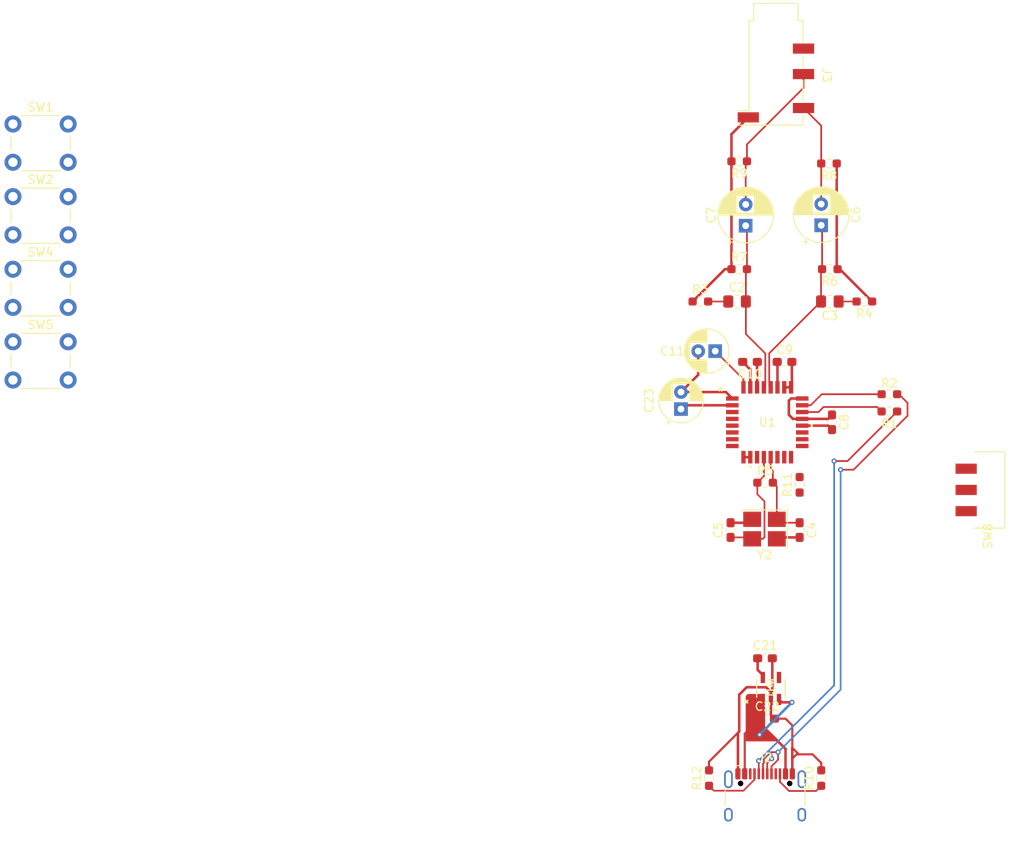
<source format=kicad_pcb>
(kicad_pcb (version 20240108) (generator "pcbnew") (generator_version "8.0")
  (title_block (title "USB to Audio PCB") (date "2024-08-20") (rev "0") (company "Nicholas West"))
  (layers (0 "F.Cu" signal) (31 "B.Cu" signal) (34 "B.Paste" user) (35 "F.Paste" user) (36 "B.SilkS" user "B.Silkscreen") (37 "F.SilkS" user "F.Silkscreen") (38 "B.Mask" user) (39 "F.Mask" user) (44 "Edge.Cuts" user))
  (net 0 "")
  (net 1 "VoutR")
  (net 2 "Net-(C2-Pad1)")
  (net 3 "Net-(C3-Pad1)")
  (net 4 "VoutL")
  (net 5 "GND")
  (net 6 "Net-(U1-XTO)")
  (net 7 "Net-(U1-XTI)")
  (net 8 "/LeftOut")
  (net 9 "/RightOut")
  (net 10 "+3.3V")
  (net 11 "Net-(U1-VCOM)")
  (net 12 "Vbus")
  (net 13 "Net-(J2-D+-PadA6)")
  (net 14 "Net-(J2-D--PadA7)")
  (net 15 "Net-(J2-CC2)")
  (net 17 "Net-(J2-CC1)")
  (net 18 "Net-(U1-D-)")
  (net 19 "Net-(U1-D+)")
  (net 20 "Net-(U1-DT)")
  (net 21 "Suspend")
  (net 22 "Net-(U1-FUNC3)")
  (net 23 "Net-(U1-FUNC0)")
  (net 24 "Net-(U1-HID1{slash}MC)")
  (net 25 "Net-(U1-HID2{slash}MD)")
  (footprint "Button_Switch_THT:SW_PUSH_6mm_H4.3mm" (layer "F.Cu") (at 52.17 64.269)
    (property "Reference" "SW4" (at 3.25 -2 0) (layer "F.SilkS"))
    (property "Value" "VOL+")
    (pad "1" thru_hole circle (at 0 0 90) (size 2 2) (drill 1.1) (layers "*.Cu" "*.Mask") (net 21 "Suspend"))
    (pad "1" thru_hole circle (at 6.5 0 90) (size 2 2) (drill 1.1) (layers "*.Cu" "*.Mask") (net 21 "Suspend"))
    (pad "2" thru_hole circle (at 0 4.5 90) (size 2 2) (drill 1.1) (layers "*.Cu" "*.Mask") (net 24 "Net-(U1-HID1{slash}MC)"))
    (pad "2" thru_hole circle (at 6.5 4.5 90) (size 2 2) (drill 1.1) (layers "*.Cu" "*.Mask") (net 24 "Net-(U1-HID1{slash}MC)"))
  )
  (footprint "Button_Switch_THT:SW_PUSH_6mm_H4.3mm" (layer "F.Cu") (at 52.17 47.169)
    (property "Reference" "SW1" (at 3.25 -2 0) (layer "F.SilkS"))
    (property "Value" "PLAY/PAUSE")
    (pad "1" thru_hole circle (at 0 0 90) (size 2 2) (drill 1.1) (layers "*.Cu" "*.Mask") (net 21 "Suspend"))
    (pad "1" thru_hole circle (at 6.5 0 90) (size 2 2) (drill 1.1) (layers "*.Cu" "*.Mask") (net 21 "Suspend"))
    (pad "2" thru_hole circle (at 0 4.5 90) (size 2 2) (drill 1.1) (layers "*.Cu" "*.Mask") (net 22 "Net-(U1-FUNC3)"))
    (pad "2" thru_hole circle (at 6.5 4.5 90) (size 2 2) (drill 1.1) (layers "*.Cu" "*.Mask") (net 22 "Net-(U1-FUNC3)"))
  )
  (footprint "Connector_USB:USB_C_Receptacle_HCTL_HC-TYPE-C-16P-01A" (layer "F.Cu") (at 140.718 127.449)
    (property "Reference" "J2" (at 0 -5.645 0) (layer "F.SilkS"))
    (property "Value" "USB_C_Receptacle_USB2.0_14P")
    (pad "" np_thru_hole circle (at -2.89 -2.605) (size 0.65 0.65) (drill 0.65) (layers "*.Mask"))
    (pad "" np_thru_hole circle (at 2.89 -2.605) (size 0.65 0.65) (drill 0.65) (layers "*.Mask"))
    (pad "A1" smd roundrect (at -3.2 -3.745) (size 0.6 1.3) (layers "F.Cu" "F.Paste" "F.Mask") (net 5 "GND"))
    (pad "A4" smd roundrect (at -2.4 -3.745) (size 0.6 1.3) (layers "F.Cu" "F.Paste" "F.Mask") (net 12 "Vbus"))
    (pad "A5" smd roundrect (at -1.25 -3.745) (size 0.3 1.3) (layers "F.Cu" "F.Paste" "F.Mask") (net 17 "Net-(J2-CC1)"))
    (pad "A6" smd roundrect (at -0.25 -3.745) (size 0.3 1.3) (layers "F.Cu" "F.Paste" "F.Mask") (net 13 "Net-(J2-D+-PadA6)"))
    (pad "A7" smd roundrect (at 0.25 -3.745) (size 0.3 1.3) (layers "F.Cu" "F.Paste" "F.Mask") (net 14 "Net-(J2-D--PadA7)"))
    (pad "A8" smd roundrect (at 1.25 -3.745) (size 0.3 1.3) (layers "F.Cu" "F.Paste" "F.Mask"))
    (pad "A9" smd roundrect (at 2.4 -3.745) (size 0.6 1.3) (layers "F.Cu" "F.Paste" "F.Mask") (net 12 "Vbus"))
    (pad "A12" smd roundrect (at 3.2 -3.745) (size 0.6 1.3) (layers "F.Cu" "F.Paste" "F.Mask") (net 5 "GND"))
    (pad "B1" smd roundrect (at 3.2 -3.745) (size 0.6 1.3) (layers "F.Cu" "F.Paste" "F.Mask") (net 5 "GND"))
    (pad "B4" smd roundrect (at 2.4 -3.745) (size 0.6 1.3) (layers "F.Cu" "F.Paste" "F.Mask") (net 12 "Vbus"))
    (pad "B5" smd roundrect (at 1.75 -3.745) (size 0.3 1.3) (layers "F.Cu" "F.Paste" "F.Mask") (net 15 "Net-(J2-CC2)"))
    (pad "B6" smd roundrect (at 0.75 -3.745) (size 0.3 1.3) (layers "F.Cu" "F.Paste" "F.Mask") (net 13 "Net-(J2-D+-PadA6)"))
    (pad "B7" smd roundrect (at -0.75 -3.745) (size 0.3 1.3) (layers "F.Cu" "F.Paste" "F.Mask") (net 14 "Net-(J2-D--PadA7)"))
    (pad "B8" smd roundrect (at -1.75 -3.745) (size 0.3 1.3) (layers "F.Cu" "F.Paste" "F.Mask"))
    (pad "B9" smd roundrect (at -2.4 -3.745) (size 0.6 1.3) (layers "F.Cu" "F.Paste" "F.Mask") (net 12 "Vbus"))
    (pad "B12" smd roundrect (at -3.2 -3.745) (size 0.6 1.3) (layers "F.Cu" "F.Paste" "F.Mask") (net 5 "GND"))
    (pad "S1" thru_hole oval (at -4.32 -3.105) (size 1 2.1) (drill oval 0.6 1.7) (layers "*.Cu" "*.Mask"))
    (pad "S1" thru_hole oval (at -4.32 1.075) (size 1 1.6) (drill oval 0.6 1.2) (layers "*.Cu" "*.Mask"))
    (pad "S1" thru_hole oval (at 4.32 -3.105) (size 1 2.1) (drill oval 0.6 1.7) (layers "*.Cu" "*.Mask"))
    (pad "S1" thru_hole oval (at 4.32 1.075) (size 1 1.6) (drill oval 0.6 1.2) (layers "*.Cu" "*.Mask"))
  )
  (footprint "Capacitor_THT:CP_Radial_D5.0mm_P2.00mm" (layer "F.Cu") (at 134.842 73.914 180)
    (property "Reference" "C11" (at 5.048 0 360) (layer "F.SilkS"))
    (property "Value" "10uF")
    (pad "1" thru_hole rect (at 0 0 180) (size 1.6 1.6) (drill 0.8) (layers "*.Cu" "*.Mask") (net 11 "Net-(U1-VCOM)"))
    (pad "2" thru_hole circle (at 2 0 180) (size 1.6 1.6) (drill 0.8) (layers "*.Cu" "*.Mask") (net 5 "GND"))
  )
  (footprint "Resistor_SMD:R_0603_1608Metric_Pad0.98x0.95mm_HandSolder" (layer "F.Cu") (at 148.336 64.262 180)
    (property "Reference" "R6" (at 0 -1.43 360) (layer "F.SilkS"))
    (property "Value" "3.3kohm")
    (pad "1" smd roundrect (at -0.9125 0 180) (size 0.975 0.95) (layers "F.Cu" "F.Paste" "F.Mask") (net 5 "GND"))
    (pad "2" smd roundrect (at 0.9125 0 180) (size 0.975 0.95) (layers "F.Cu" "F.Paste" "F.Mask") (net 4 "VoutL"))
  )
  (footprint "Capacitor_SMD:C_0603_1608Metric_Pad1.08x0.95mm_HandSolder" (layer "F.Cu") (at 138.938 75.184 180)
    (property "Reference" "C10" (at 0 -1.43 360) (layer "F.SilkS"))
    (property "Value" "1uf")
    (pad "1" smd roundrect (at -0.8625 0 180) (size 1.075 0.95) (layers "F.Cu" "F.Paste" "F.Mask") (net 10 "+3.3V"))
    (pad "2" smd roundrect (at 0.8625 0 180) (size 1.075 0.95) (layers "F.Cu" "F.Paste" "F.Mask") (net 5 "GND"))
  )
  (footprint "Resistor_SMD:R_0603_1608Metric_Pad0.98x0.95mm_HandSolder" (layer "F.Cu") (at 137.668 64.262)
    (property "Reference" "R7" (at 0 -1.43 360) (layer "F.SilkS"))
    (property "Value" "3.3kohm")
    (pad "1" smd roundrect (at -0.9125 0) (size 0.975 0.95) (layers "F.Cu" "F.Paste" "F.Mask") (net 5 "GND"))
    (pad "2" smd roundrect (at 0.9125 0) (size 0.975 0.95) (layers "F.Cu" "F.Paste" "F.Mask") (net 1 "VoutR"))
  )
  (footprint "Capacitor_SMD:C_0603_1608Metric_Pad1.08x0.95mm_HandSolder" (layer "F.Cu") (at 144.78 94.996 -90)
    (property "Reference" "C4" (at 0 -1.43 90) (layer "F.SilkS"))
    (property "Value" "20pf")
    (pad "1" smd roundrect (at -0.8625 0 270) (size 1.075 0.95) (layers "F.Cu" "F.Paste" "F.Mask") (net 6 "Net-(U1-XTO)"))
    (pad "2" smd roundrect (at 0.8625 0 270) (size 1.075 0.95) (layers "F.Cu" "F.Paste" "F.Mask") (net 5 "GND"))
  )
  (footprint "Resistor_SMD:R_0603_1608Metric_Pad0.98x0.95mm_HandSolder" (layer "F.Cu") (at 148.2325 51.816 180)
    (property "Reference" "R8" (at 0 -1.43 360) (layer "F.SilkS"))
    (property "Value" "3.3kohm")
    (pad "1" smd roundrect (at -0.9125 0 180) (size 0.975 0.95) (layers "F.Cu" "F.Paste" "F.Mask") (net 5 "GND"))
    (pad "2" smd roundrect (at 0.9125 0 180) (size 0.975 0.95) (layers "F.Cu" "F.Paste" "F.Mask") (net 8 "/LeftOut"))
  )
  (footprint "Capacitor_SMD:C_0603_1608Metric_Pad1.08x0.95mm_HandSolder" (layer "F.Cu") (at 140.700313 110.098187 180)
    (property "Reference" "C21" (at 0 1.524 360) (layer "F.SilkS"))
    (property "Value" "1uf")
    (pad "1" smd roundrect (at -0.8625 0 180) (size 1.075 0.95) (layers "F.Cu" "F.Paste" "F.Mask") (net 5 "GND"))
    (pad "2" smd roundrect (at 0.8625 0 180) (size 1.075 0.95) (layers "F.Cu" "F.Paste" "F.Mask") (net 10 "+3.3V"))
  )
  (footprint "Capacitor_THT:CP_Radial_D6.3mm_P2.50mm" (layer "F.Cu") (at 138.43 59.142 90)
    (property "Reference" "C7" (at 1.25 -4.064 90) (layer "F.SilkS"))
    (property "Value" "100uF")
    (pad "1" thru_hole rect (at 0 0 90) (size 1.6 1.6) (drill 0.8) (layers "*.Cu" "*.Mask") (net 1 "VoutR"))
    (pad "2" thru_hole circle (at 2.5 0 90) (size 1.6 1.6) (drill 0.8) (layers "*.Cu" "*.Mask") (net 9 "/RightOut"))
  )
  (footprint "Button_Switch_THT:SW_PUSH_6mm_H4.3mm" (layer "F.Cu") (at 52.17 72.819)
    (property "Reference" "SW5" (at 3.25 -2 0) (layer "F.SilkS"))
    (property "Value" "VOL-")
    (pad "1" thru_hole circle (at 0 0 90) (size 2 2) (drill 1.1) (layers "*.Cu" "*.Mask") (net 21 "Suspend"))
    (pad "1" thru_hole circle (at 6.5 0 90) (size 2 2) (drill 1.1) (layers "*.Cu" "*.Mask") (net 21 "Suspend"))
    (pad "2" thru_hole circle (at 0 4.5 90) (size 2 2) (drill 1.1) (layers "*.Cu" "*.Mask") (net 25 "Net-(U1-HID2{slash}MD)"))
    (pad "2" thru_hole circle (at 6.5 4.5 90) (size 2 2) (drill 1.1) (layers "*.Cu" "*.Mask") (net 25 "Net-(U1-HID2{slash}MD)"))
  )
  (footprint "Resistor_SMD:R_0603_1608Metric_Pad0.98x0.95mm_HandSolder" (layer "F.Cu") (at 144.78 89.662 90)
    (property "Reference" "R11" (at 0 -1.43 90) (layer "F.SilkS"))
    (property "Value" "1.5kohm")
    (pad "1" smd roundrect (at -0.9125 0 90) (size 0.975 0.95) (layers "F.Cu" "F.Paste" "F.Mask") (net 10 "+3.3V"))
    (pad "2" smd roundrect (at 0.9125 0 90) (size 0.975 0.95) (layers "F.Cu" "F.Paste" "F.Mask") (net 20 "Net-(U1-DT)"))
  )
  (footprint "customJack:Jack_3.5mm_KoreanHropartsElec_PJ-320D-4A_Horizontal_copy" (layer "F.Cu") (at 141.986 41.432 -90)
    (property "Reference" "J3" (at 0 -6 -90) (layer "F.SilkS"))
    (property "Value" "AudioJack3")
    (pad "" np_thru_hole circle (at -4.75 0 270) (size 1.6 1.6) (drill 1.6) (layers "F&B.Cu" "*.Mask"))
    (pad "" np_thru_hole circle (at 2.25 0 270) (size 1.6 1.6) (drill 1.6) (layers "F&B.Cu" "*.Mask"))
    (pad "R" smd rect (at -0.15 -3.25 270) (size 1.2 2.5) (layers "F.Cu" "F.Paste" "F.Mask") (net 9 "/RightOut"))
    (pad "R2" smd rect (at -3.15 -3.25 270) (size 1.2 2.5) (layers "F.Cu" "B.Adhes" "F.Paste" "F.Mask"))
    (pad "S" smd rect (at 4.95 3.25 270) (size 1.2 2.5) (layers "F.Cu" "F.Paste" "F.Mask") (net 5 "GND"))
    (pad "T" smd rect (at 3.85 -3.25 270) (size 1.2 2.5) (layers "F.Cu" "F.Paste" "F.Mask") (net 8 "/LeftOut"))
  )
  (footprint "Resistor_SMD:R_0603_1608Metric_Pad0.98x0.95mm_HandSolder" (layer "F.Cu") (at 137.668 51.562 180)
    (property "Reference" "R9" (at 0 -1.43 360) (layer "F.SilkS"))
    (property "Value" "3.3kohm")
    (pad "1" smd roundrect (at -0.9125 0 180) (size 0.975 0.95) (layers "F.Cu" "F.Paste" "F.Mask") (net 9 "/RightOut"))
    (pad "2" smd roundrect (at 0.9125 0 180) (size 0.975 0.95) (layers "F.Cu" "F.Paste" "F.Mask") (net 5 "GND"))
  )
  (footprint "MIC5504-3.3YM5:SOT-23-5_MC_MCH" (layer "F.Cu") (at 141.396314 113.654187 90)
    (property "Reference" "U4" (at 0 0 90) (layer "F.SilkS"))
    (property "Value" "MIC5504-3.3YM5-TR")
    (fp_text user "*" (at -1.5494 -2.601 90) (layer "F.SilkS"))
    (fp_text user "*" (at -1.5494 -2.601 90) (layer "F.SilkS"))
    (pad "1" smd rect (at -1.2954 -0.950001 90) (size 1.3208 0.508) (layers "F.Cu" "F.Paste" "F.Mask") (net 12 "Vbus"))
    (pad "2" smd rect (at -1.2954 0 90) (size 1.3208 0.508) (layers "F.Cu" "F.Paste" "F.Mask") (net 5 "GND"))
    (pad "3" smd rect (at -1.2954 0.950001 90) (size 1.3208 0.508) (layers "F.Cu" "F.Paste" "F.Mask") (net 12 "Vbus"))
    (pad "4" smd rect (at 1.2954 0.950001 90) (size 1.3208 0.508) (layers "F.Cu" "F.Paste" "F.Mask"))
    (pad "5" smd rect (at 1.2954 -0.950001 90) (size 1.3208 0.508) (layers "F.Cu" "F.Paste" "F.Mask") (net 10 "+3.3V"))
  )
  (footprint "Capacitor_SMD:C_0603_1608Metric_Pad1.08x0.95mm_HandSolder" (layer "F.Cu") (at 148.59 82.296 -90)
    (property "Reference" "C8" (at 0 -1.43 90) (layer "F.SilkS"))
    (property "Value" "0.1uf")
    (pad "1" smd roundrect (at -0.8625 0 270) (size 1.075 0.95) (layers "F.Cu" "F.Paste" "F.Mask") (net 10 "+3.3V"))
    (pad "2" smd roundrect (at 0.8625 0 270) (size 1.075 0.95) (layers "F.Cu" "F.Paste" "F.Mask") (net 5 "GND"))
  )
  (footprint "Capacitor_THT:CP_Radial_D6.3mm_P2.50mm" (layer "F.Cu") (at 147.32 59.09438 90)
    (property "Reference" "C6" (at 1.25 4.064 90) (layer "F.SilkS"))
    (property "Value" "100uF")
    (pad "1" thru_hole rect (at 0 0 90) (size 1.6 1.6) (drill 0.8) (layers "*.Cu" "*.Mask") (net 4 "VoutL"))
    (pad "2" thru_hole circle (at 2.5 0 90) (size 1.6 1.6) (drill 0.8) (layers "*.Cu" "*.Mask") (net 8 "/LeftOut"))
  )
  (footprint "Resistor_SMD:R_0603_1608Metric_Pad0.98x0.95mm_HandSolder" (layer "F.Cu") (at 134.112 124.206 90)
    (property "Reference" "R12" (at 0 -1.43 90) (layer "F.SilkS"))
    (property "Value" "5.1kohm")
    (pad "1" smd roundrect (at -0.9125 0 90) (size 0.975 0.95) (layers "F.Cu" "F.Paste" "F.Mask") (net 17 "Net-(J2-CC1)"))
    (pad "2" smd roundrect (at 0.9125 0 90) (size 0.975 0.95) (layers "F.Cu" "F.Paste" "F.Mask") (net 5 "GND"))
  )
  (footprint "Capacitor_SMD:C_0603_1608Metric_Pad1.08x0.95mm_HandSolder" (layer "F.Cu") (at 136.652 94.996 90)
    (property "Reference" "C5" (at 0 -1.43 90) (layer "F.SilkS"))
    (property "Value" "20pf")
    (pad "1" smd roundrect (at -0.8625 0 90) (size 1.075 0.95) (layers "F.Cu" "F.Paste" "F.Mask") (net 7 "Net-(U1-XTI)"))
    (pad "2" smd roundrect (at 0.8625 0 90) (size 1.075 0.95) (layers "F.Cu" "F.Paste" "F.Mask") (net 5 "GND"))
  )
  (footprint "Resistor_SMD:R_0603_1608Metric_Pad0.98x0.95mm_HandSolder" (layer "F.Cu") (at 155.3445 78.994 180)
    (property "Reference" "R2" (at 0 1.27 360) (layer "F.SilkS"))
    (property "Value" "22ohm")
    (pad "1" smd roundrect (at -0.9125 0 180) (size 0.975 0.95) (layers "F.Cu" "F.Paste" "F.Mask") (net 13 "Net-(J2-D+-PadA6)"))
    (pad "2" smd roundrect (at 0.9125 0 180) (size 0.975 0.95) (layers "F.Cu" "F.Paste" "F.Mask") (net 19 "Net-(U1-D+)"))
  )
  (footprint "Capacitor_SMD:C_0603_1608Metric_Pad1.08x0.95mm_HandSolder" (layer "F.Cu") (at 140.954313 117.210187)
    (property "Reference" "C22" (at 0 -1.43 0) (layer "F.SilkS"))
    (property "Value" "1uf")
    (pad "1" smd roundrect (at -0.8625 0) (size 1.075 0.95) (layers "F.Cu" "F.Paste" "F.Mask") (net 12 "Vbus"))
    (pad "2" smd roundrect (at 0.8625 0) (size 1.075 0.95) (layers "F.Cu" "F.Paste" "F.Mask") (net 5 "GND"))
  )
  (footprint "Capacitor_SMD:C_0805_2012Metric_Pad1.18x1.45mm_HandSolder" (layer "F.Cu") (at 137.414 68.072)
    (property "Reference" "C2" (at 0 -1.68 360) (layer "F.SilkS"))
    (property "Value" "0.022uf")
    (pad "1" smd roundrect (at -1.0375 0) (size 1.175 1.45) (layers "F.Cu" "F.Paste" "F.Mask") (roundrect_rratio 0.212766) (net 2 "Net-(C2-Pad1)"))
    (pad "2" smd roundrect (at 1.0375 0) (size 1.175 1.45) (layers "F.Cu" "F.Paste" "F.Mask") (roundrect_rratio 0.212766) (net 1 "VoutR"))
  )
  (footprint "Capacitor_SMD:C_0603_1608Metric_Pad1.08x0.95mm_HandSolder" (layer "F.Cu") (at 143.002 75.184)
    (property "Reference" "C9" (at 0 -1.43 0) (layer "F.SilkS"))
    (property "Value" "1uf")
    (pad "1" smd roundrect (at -0.8625 0) (size 1.075 0.95) (layers "F.Cu" "F.Paste" "F.Mask") (net 10 "+3.3V"))
    (pad "2" smd roundrect (at 0.8625 0) (size 1.075 0.95) (layers "F.Cu" "F.Paste" "F.Mask") (net 5 "GND"))
  )
  (footprint "Capacitor_SMD:C_0805_2012Metric_Pad1.18x1.45mm_HandSolder" (layer "F.Cu") (at 148.336 68.072 180)
    (property "Reference" "C3" (at 0 -1.68 360) (layer "F.SilkS"))
    (property "Value" "0.022uf")
    (pad "1" smd roundrect (at -1.0375 0 180) (size 1.175 1.45) (layers "F.Cu" "F.Paste" "F.Mask") (roundrect_rratio 0.212766) (net 3 "Net-(C3-Pad1)"))
    (pad "2" smd roundrect (at 1.0375 0 180) (size 1.175 1.45) (layers "F.Cu" "F.Paste" "F.Mask") (roundrect_rratio 0.212766) (net 4 "VoutL"))
  )
  (footprint "Button_Switch_THT:SW_PUSH_6mm_H4.3mm" (layer "F.Cu") (at 52.17 55.719)
    (property "Reference" "SW2" (at 3.25 -2 0) (layer "F.SilkS"))
    (property "Value" "NEXT TR.")
    (pad "1" thru_hole circle (at 0 0 90) (size 2 2) (drill 1.1) (layers "*.Cu" "*.Mask") (net 21 "Suspend"))
    (pad "1" thru_hole circle (at 6.5 0 90) (size 2 2) (drill 1.1) (layers "*.Cu" "*.Mask") (net 21 "Suspend"))
    (pad "2" thru_hole circle (at 0 4.5 90) (size 2 2) (drill 1.1) (layers "*.Cu" "*.Mask") (net 23 "Net-(U1-FUNC0)"))
    (pad "2" thru_hole circle (at 6.5 4.5 90) (size 2 2) (drill 1.1) (layers "*.Cu" "*.Mask") (net 23 "Net-(U1-FUNC0)"))
  )
  (footprint "Resistor_SMD:R_0603_1608Metric_Pad0.98x0.95mm_HandSolder" (layer "F.Cu") (at 152.4 68.072 180)
    (property "Reference" "R4" (at 0 -1.43 360) (layer "F.SilkS"))
    (property "Value" "16ohm")
    (pad "1" smd roundrect (at -0.9125 0 180) (size 0.975 0.95) (layers "F.Cu" "F.Paste" "F.Mask") (net 5 "GND"))
    (pad "2" smd roundrect (at 0.9125 0 180) (size 0.975 0.95) (layers "F.Cu" "F.Paste" "F.Mask") (net 3 "Net-(C3-Pad1)"))
  )
  (footprint "JS102011SAQN:SW_JS102011SAQN" (layer "F.Cu") (at 167.132 90.268 90)
    (property "Reference" "SW8" (at -5.438995 -0.175125 90) (layer "F.SilkS") (effects (font (size 1.000732 1.000732))))
    (property "Value" "SW_SPDT")
    (pad "" np_thru_hole circle (at -3.4 0 90) (size 1 1) (drill 1) (layers "*.Cu" "*.Mask"))
    (pad "" np_thru_hole circle (at 3.4 0 90) (size 1 1) (drill 1) (layers "*.Cu" "*.Mask"))
    (pad "1" smd rect (at -2.5 -2.75 90) (size 1.2 2.5) (layers "F.Cu" "F.Paste" "F.Mask"))
    (pad "2" smd rect (at 0 -2.75 90) (size 1.2 2.5) (layers "F.Cu" "F.Paste" "F.Mask") (net 10 "+3.3V"))
    (pad "3" smd rect (at 2.5 -2.75 90) (size 1.2 2.5) (layers "F.Cu" "F.Paste" "F.Mask") (net 21 "Suspend"))
  )
  (footprint "PCM270xC:PJT32" (layer "F.Cu") (at 140.97 82.296)
    (property "Reference" "U1" (at 0 0 0) (layer "F.SilkS"))
    (property "Value" "PCM2706CPJTR")
    (fp_text user "*" (at -5.4864 -3.581 360) (layer "F.SilkS"))
    (fp_text user "*" (at -5.4864 -3.581 0) (layer "F.SilkS"))
    (pad "1" smd rect (at -4.1148 -2.799999 90) (size 0.508 1.4732) (layers "F.Cu" "F.Paste" "F.Mask") (net 5 "GND"))
    (pad "2" smd rect (at -4.1148 -2.000001 90) (size 0.508 1.4732) (layers "F.Cu" "F.Paste" "F.Mask") (net 10 "+3.3V"))
    (pad "3" smd rect (at -4.1148 -1.2 90) (size 0.508 1.4732) (layers "F.Cu" "F.Paste" "F.Mask") (net 12 "Vbus"))
    (pad "4" smd rect (at -4.1148 -0.399999 90) (size 0.508 1.4732) (layers "F.Cu" "F.Paste" "F.Mask") (net 22 "Net-(U1-FUNC3)"))
    (pad "5" smd rect (at -4.1148 0.399999 90) (size 0.508 1.4732) (layers "F.Cu" "F.Paste" "F.Mask") (net 23 "Net-(U1-FUNC0)"))
    (pad "6" smd rect (at -4.1148 1.2 90) (size 0.508 1.4732) (layers "F.Cu" "F.Paste" "F.Mask"))
    (pad "7" smd rect (at -4.1148 1.999999 90) (size 0.508 1.4732) (layers "F.Cu" "F.Paste" "F.Mask") (net 24 "Net-(U1-HID1{slash}MC)"))
    (pad "8" smd rect (at -4.1148 2.799999 90) (size 0.508 1.4732) (layers "F.Cu" "F.Paste" "F.Mask") (net 25 "Net-(U1-HID2{slash}MD)"))
    (pad "9" smd rect (at -2.799999 4.1148) (size 0.508 1.4732) (layers "F.Cu" "F.Paste" "F.Mask") (net 10 "+3.3V"))
    (pad "10" smd rect (at -2.000001 4.1148) (size 0.508 1.4732) (layers "F.Cu" "F.Paste" "F.Mask") (net 10 "+3.3V"))
    (pad "11" smd rect (at -1.2 4.1148) (size 0.508 1.4732) (layers "F.Cu" "F.Paste" "F.Mask") (net 21 "Suspend"))
    (pad "12" smd rect (at -0.399999 4.1148) (size 0.508 1.4732) (layers "F.Cu" "F.Paste" "F.Mask") (net 7 "Net-(U1-XTI)"))
    (pad "13" smd rect (at 0.399999 4.1148) (size 0.508 1.4732) (layers "F.Cu" "F.Paste" "F.Mask") (net 6 "Net-(U1-XTO)"))
    (pad "14" smd rect (at 1.2 4.1148) (size 0.508 1.4732) (layers "F.Cu" "F.Paste" "F.Mask"))
    (pad "15" smd rect (at 1.999999 4.1148) (size 0.508 1.4732) (layers "F.Cu" "F.Paste" "F.Mask") (net 20 "Net-(U1-DT)"))
    (pad "16" smd rect (at 2.799999 4.1148) (size 0.508 1.4732) (layers "F.Cu" "F.Paste" "F.Mask") (net 5 "GND"))
    (pad "17" smd rect (at 4.1148 2.799999 90) (size 0.508 1.4732) (layers "F.Cu" "F.Paste" "F.Mask"))
    (pad "18" smd rect (at 4.1148 2.000001 90) (size 0.508 1.4732) (layers "F.Cu" "F.Paste" "F.Mask"))
    (pad "19" smd rect (at 4.1148 1.2 90) (size 0.508 1.4732) (layers "F.Cu" "F.Paste" "F.Mask"))
    (pad "20" smd rect (at 4.1148 0.399999 90) (size 0.508 1.4732) (layers "F.Cu" "F.Paste" "F.Mask") (net 5 "GND"))
    (pad "21" smd rect (at 4.1148 -0.399999 90) (size 0.508 1.4732) (layers "F.Cu" "F.Paste" "F.Mask") (net 10 "+3.3V"))
    (pad "22" smd rect (at 4.1148 -1.2 90) (size 0.508 1.4732) (layers "F.Cu" "F.Paste" "F.Mask") (net 18 "Net-(U1-D-)"))
    (pad "23" smd rect (at 4.1148 -1.999999 90) (size 0.508 1.4732) (layers "F.Cu" "F.Paste" "F.Mask") (net 19 "Net-(U1-D+)"))
    (pad "24" smd rect (at 4.1148 -2.799999 90) (size 0.508 1.4732) (layers "F.Cu" "F.Paste" "F.Mask") (net 10 "+3.3V"))
    (pad "25" smd rect (at 2.799999 -4.1148) (size 0.508 1.4732) (layers "F.Cu" "F.Paste" "F.Mask") (net 5 "GND"))
    (pad "26" smd rect (at 2.000001 -4.1148) (size 0.508 1.4732) (layers "F.Cu" "F.Paste" "F.Mask") (net 5 "GND"))
    (pad "27" smd rect (at 1.2 -4.1148) (size 0.508 1.4732) (layers "F.Cu" "F.Paste" "F.Mask") (net 10 "+3.3V"))
    (pad "28" smd rect (at 0.399999 -4.1148) (size 0.508 1.4732) (layers "F.Cu" "F.Paste" "F.Mask") (net 4 "VoutL"))
    (pad "29" smd rect (at -0.399999 -4.1148) (size 0.508 1.4732) (layers "F.Cu" "F.Paste" "F.Mask") (net 1 "VoutR"))
    (pad "30" smd rect (at -1.2 -4.1148) (size 0.508 1.4732) (layers "F.Cu" "F.Paste" "F.Mask") (net 10 "+3.3V"))
    (pad "31" smd rect (at -1.999999 -4.1148) (size 0.508 1.4732) (layers "F.Cu" "F.Paste" "F.Mask") (net 5 "GND"))
    (pad "32" smd rect (at -2.799999 -4.1148) (size 0.508 1.4732) (layers "F.Cu" "F.Paste" "F.Mask") (net 11 "Net-(U1-VCOM)"))
  )
  (footprint "Resistor_SMD:R_0603_1608Metric_Pad0.98x0.95mm_HandSolder" (layer "F.Cu") (at 155.3445 81.026 180)
    (property "Reference" "R1" (at 0 -1.43 360) (layer "F.SilkS"))
    (property "Value" "22ohm")
    (pad "1" smd roundrect (at -0.9125 0 180) (size 0.975 0.95) (layers "F.Cu" "F.Paste" "F.Mask") (net 14 "Net-(J2-D--PadA7)"))
    (pad "2" smd roundrect (at 0.9125 0 180) (size 0.975 0.95) (layers "F.Cu" "F.Paste" "F.Mask") (net 18 "Net-(U1-D-)"))
  )
  (footprint "Resistor_SMD:R_0603_1608Metric_Pad0.98x0.95mm_HandSolder" (layer "F.Cu") (at 133.096 68.072)
    (property "Reference" "R3" (at 0 -1.43 360) (layer "F.SilkS"))
    (property "Value" "16ohm")
    (pad "1" smd roundrect (at -0.9125 0) (size 0.975 0.95) (layers "F.Cu" "F.Paste" "F.Mask") (net 5 "GND"))
    (pad "2" smd roundrect (at 0.9125 0) (size 0.975 0.95) (layers "F.Cu" "F.Paste" "F.Mask") (net 2 "Net-(C2-Pad1)"))
  )
  (footprint "Crystal:Crystal_SMD_3225-4Pin_3.2x2.5mm_HandSoldering" (layer "F.Cu") (at 140.642 94.876 180)
    (property "Reference" "Y2" (at 0 -3.05 360) (layer "F.SilkS"))
    (property "Value" "Crystal_GND24")
    (pad "1" smd rect (at -1.45 1.15 180) (size 2.1 1.8) (layers "F.Cu" "F.Paste" "F.Mask") (net 6 "Net-(U1-XTO)"))
    (pad "2" smd rect (at 1.45 1.15 180) (size 2.1 1.8) (layers "F.Cu" "F.Paste" "F.Mask") (net 5 "GND"))
    (pad "3" smd rect (at 1.45 -1.15 180) (size 2.1 1.8) (layers "F.Cu" "F.Paste" "F.Mask") (net 7 "Net-(U1-XTI)"))
    (pad "4" smd rect (at -1.45 -1.15 180) (size 2.1 1.8) (layers "F.Cu" "F.Paste" "F.Mask") (net 5 "GND"))
  )
  (footprint "Resistor_SMD:R_0603_1608Metric_Pad0.98x0.95mm_HandSolder" (layer "F.Cu") (at 147.32 124.206 90)
    (property "Reference" "R10" (at 0 -1.43 90) (layer "F.SilkS"))
    (property "Value" "5.1kohm")
    (pad "1" smd roundrect (at -0.9125 0 90) (size 0.975 0.95) (layers "F.Cu" "F.Paste" "F.Mask") (net 15 "Net-(J2-CC2)"))
    (pad "2" smd roundrect (at 0.9125 0 90) (size 0.975 0.95) (layers "F.Cu" "F.Paste" "F.Mask") (net 5 "GND"))
  )
  (footprint "Resistor_SMD:R_0603_1608Metric_Pad0.98x0.95mm_HandSolder" (layer "F.Cu") (at 140.716 89.408)
    (property "Reference" "R5" (at 0 -1.43 0) (layer "F.SilkS"))
    (property "Value" "1Mohm")
    (pad "1" smd roundrect (at -0.9125 0) (size 0.975 0.95) (layers "F.Cu" "F.Paste" "F.Mask") (net 7 "Net-(U1-XTI)"))
    (pad "2" smd roundrect (at 0.9125 0) (size 0.975 0.95) (layers "F.Cu" "F.Paste" "F.Mask") (net 6 "Net-(U1-XTO)"))
  )
  (footprint "Capacitor_THT:CP_Radial_D5.0mm_P2.00mm" (layer "F.Cu") (at 130.81 80.74 90)
    (property "Reference" "C23" (at 1 -3.75 90) (layer "F.SilkS"))
    (property "Value" "10uF")
    (pad "1" thru_hole rect (at 0 0 90) (size 1.6 1.6) (drill 0.8) (layers "*.Cu" "*.Mask") (net 10 "+3.3V"))
    (pad "2" thru_hole circle (at 2 0 90) (size 1.6 1.6) (drill 0.8) (layers "*.Cu" "*.Mask") (net 5 "GND"))
  )
  (segment (start 140.738 78.013201) (end 140.738 74.19) (width 0.2) (layer "F.Cu") (net 1))
  (segment (start 140.738 74.19) (end 138.4515 71.9035) (width 0.2) (layer "F.Cu") (net 1))
  (segment (start 138.4515 68.072) (end 138.4515 64.391) (width 0.2) (layer "F.Cu") (net 1))
  (segment (start 140.570001 78.1812) (end 140.738 78.013201) (width 0.2) (layer "F.Cu") (net 1))
  (segment (start 138.4515 64.391) (end 138.5805 64.262) (width 0.2) (layer "F.Cu") (net 1))
  (segment (start 138.4515 71.9035) (end 138.4515 68.072) (width 0.2) (layer "F.Cu") (net 1))
  (segment (start 138.5805 64.262) (end 138.5805 59.2925) (width 0.2) (layer "F.Cu") (net 1))
  (segment (start 138.5805 59.2925) (end 138.43 59.142) (width 0.2) (layer "F.Cu") (net 1))
  (segment (start 136.3765 68.072) (end 134.0085 68.072) (width 0.2) (layer "F.Cu") (net 2))
  (segment (start 149.3735 68.072) (end 151.4875 68.072) (width 0.2) (layer "F.Cu") (net 3))
  (segment (start 147.4235 64.262) (end 147.4235 59.19788) (width 0.2) (layer "F.Cu") (net 4))
  (segment (start 141.202 74.1685) (end 147.2985 68.072) (width 0.2) (layer "F.Cu") (net 4))
  (segment (start 141.202 78.013201) (end 141.202 74.1685) (width 0.2) (layer "F.Cu") (net 4))
  (segment (start 141.369999 78.1812) (end 141.202 78.013201) (width 0.2) (layer "F.Cu") (net 4))
  (segment (start 147.4235 59.19788) (end 147.32 59.09438) (width 0.2) (layer "F.Cu") (net 4))
  (segment (start 147.2985 64.387) (end 147.4235 64.262) (width 0.2) (layer "F.Cu") (net 4))
  (segment (start 147.2985 68.072) (end 147.2985 64.387) (width 0.2) (layer "F.Cu") (net 4))
  (segment (start 144.78 95.8585) (end 142.2595 95.8585) (width 0.3) (layer "F.Cu") (net 5))
  (segment (start 149.145 64.1585) (end 149.2485 64.262) (width 0.3) (layer "F.Cu") (net 5))
  (segment (start 141.816813 117.210187) (end 141.396314 116.789688) (width 0.3) (layer "F.Cu") (net 5))
  (segment (start 143.8645 78.086699) (end 143.769999 78.1812) (width 0.3) (layer "F.Cu") (net 5))
  (segment (start 137.668 114.383107) (end 137.668 118.722) (width 0.3) (layer "F.Cu") (net 5))
  (segment (start 143.769999 78.1812) (end 142.970001 78.1812) (width 0.3) (layer "F.Cu") (net 5))
  (segment (start 134.112 122.278) (end 137.518 118.872) (width 0.25) (layer "F.Cu") (net 5))
  (segment (start 137.668 118.722) (end 137.518 118.872) (width 0.3) (layer "F.Cu") (net 5))
  (segment (start 136.8552 79.496001) (end 136.099199 78.74) (width 0.3) (layer "F.Cu") (net 5))
  (segment (start 141.562813 113.910922) (end 141.396314 114.077421) (width 0.3) (layer "F.Cu") (net 5))
  (segment (start 143.918 118.01) (end 143.118187 117.210187) (width 0.25) (layer "F.Cu") (net 5))
  (segment (start 144.426 121.412) (end 143.918 121.92) (width 0.25) (layer "F.Cu") (net 5))
  (segment (start 143.918 120.65) (end 143.918 118.01) (width 0.25) (layer "F.Cu") (net 5))
  (segment (start 132.842 73.914) (end 132.842 76.708) (width 0.3) (layer "F.Cu") (net 5))
  (segment (start 141.562813 110.098187) (end 141.562813 113.910922) (width 0.3) (layer "F.Cu") (net 5))
  (segment (start 136.7555 48.3625) (end 136.7555 51.562) (width 0.3) (layer "F.Cu") (net 5))
  (segment (start 147.32 123.2935) (end 147.32 122.428) (width 0.25) (layer "F.Cu") (net 5))
  (segment (start 146.304 121.412) (end 144.68 121.412) (width 0.25) (layer "F.Cu") (net 5))
  (segment (start 148.127499 82.695999) (end 145.0848 82.695999) (width 0.3) (layer "F.Cu") (net 5))
  (segment (start 132.842 76.708) (end 130.81 78.74) (width 0.3) (layer "F.Cu") (net 5))
  (segment (start 138.7845 94.1335) (end 139.192 93.726) (width 0.3) (layer "F.Cu") (net 5))
  (segment (start 138.970001 76.078501) (end 138.0755 75.184) (width 0.3) (layer "F.Cu") (net 5))
  (segment (start 143.918 123.704) (end 143.918 121.92) (width 0.3) (layer "F.Cu") (net 5))
  (segment (start 143.918 121.92) (end 143.918 120.65) (width 0.3) (layer "F.Cu") (net 5))
  (segment (start 138.542 113.509107) (end 137.668 114.383107) (width 0.3) (layer "F.Cu") (net 5))
  (segment (start 138.970001 78.1812) (end 138.970001 76.078501) (width 0.3) (layer "F.Cu") (net 5))
  (segment (start 136.099199 78.74) (end 130.81 78.74) (width 0.3) (layer "F.Cu") (net 5))
  (segment (start 141.396314 114.077421) (end 141.396314 114.949587) (width 0.3) (layer "F.Cu") (net 5))
  (segment (start 149.5025 64.262) (end 149.2485 64.262) (width 0.3) (layer "F.Cu") (net 5))
  (segment (start 147.32 122.428) (end 146.304 121.412) (width 0.25) (layer "F.Cu") (net 5))
  (segment (start 153.3125 68.072) (end 149.5025 64.262) (width 0.3) (layer "F.Cu") (net 5))
  (segment (start 134.112 123.2935) (end 134.112 122.278) (width 0.25) (layer "F.Cu") (net 5))
  (segment (start 149.145 51.816) (end 149.145 64.1585) (width 0.3) (layer "F.Cu") (net 5))
  (segment (start 137.518 123.704) (end 137.518 118.872) (width 0.3) (layer "F.Cu") (net 5))
  (segment (start 138.736 46.382) (end 136.7555 48.3625) (width 0.3) (layer "F.Cu") (net 5))
  (segment (start 141.396314 116.789688) (end 141.396314 114.949587) (width 0.3) (layer "F.Cu") (net 5))
  (segment (start 136.652 94.1335) (end 138.7845 94.1335) (width 0.3) (layer "F.Cu") (net 5))
  (segment (start 140.828 113.509107) (end 138.542 113.509107) (width 0.3) (layer "F.Cu") (net 5))
  (segment (start 135.9935 64.262) (end 136.7555 64.262) (width 0.3) (layer "F.Cu") (net 5))
  (segment (start 148.59 83.1585) (end 148.127499 82.695999) (width 0.3) (layer "F.Cu") (net 5))
  (segment (start 144.68 121.412) (end 143.918 120.65) (width 0.25) (layer "F.Cu") (net 5))
  (segment (start 144.68 121.412) (end 144.426 121.412) (width 0.25) (layer "F.Cu") (net 5))
  (segment (start 132.1835 68.072) (end 135.9935 64.262) (width 0.3) (layer "F.Cu") (net 5))
  (segment (start 136.7555 51.562) (end 136.7555 64.262) (width 0.3) (layer "F.Cu") (net 5))
  (segment (start 143.118187 117.210187) (end 141.816813 117.210187) (width 0.25) (layer "F.Cu") (net 5))
  (segment (start 143.8645 75.184) (end 143.8645 78.086699) (width 0.3) (layer "F.Cu") (net 5))
  (segment (start 142.2595 95.8585) (end 142.092 96.026) (width 0.3) (layer "F.Cu") (net 5))
  (segment (start 141.396314 114.077421) (end 140.828 113.509107) (width 0.3) (layer "F.Cu") (net 5))
  (segment (start 142.4995 94.1335) (end 142.092 93.726) (width 0.2) (layer "F.Cu") (net 6))
  (segment (start 141.369999 87.775999) (end 141.369999 86.4108) (width 0.2) (layer "F.Cu") (net 6))
  (segment (start 141.6285 89.408) (end 141.6285 88.0345) (width 0.2) (layer "F.Cu") (net 6))
  (segment (start 142.092 89.8715) (end 141.6285 89.408) (width 0.2) (layer "F.Cu") (net 6))
  (segment (start 142.092 93.726) (end 142.092 89.8715) (width 0.2) (layer "F.Cu") (net 6))
  (segment (start 144.78 94.1335) (end 142.4995 94.1335) (width 0.2) (layer "F.Cu") (net 6))
  (segment (start 141.6285 88.0345) (end 141.369999 87.775999) (width 0.2) (layer "F.Cu") (net 6))
  (segment (start 139.8035 90.7815) (end 139.8035 89.408) (width 0.2) (layer "F.Cu") (net 7))
  (segment (start 139.192 96.026) (end 140.442 96.026) (width 0.2) (layer "F.Cu") (net 7))
  (segment (start 140.642 95.826) (end 140.642 91.62) (width 0.2) (layer "F.Cu") (net 7))
  (segment (start 140.442 96.026) (end 140.642 95.826) (width 0.2) (layer "F.Cu") (net 7))
  (segment (start 140.642 91.62) (end 139.8035 90.7815) (width 0.2) (layer "F.Cu") (net 7))
  (segment (start 139.0245 95.8585) (end 139.192 96.026) (width 0.2) (layer "F.Cu") (net 7))
  (segment (start 139.8035 89.408) (end 140.570001 88.641499) (width 0.2) (layer "F.Cu") (net 7))
  (segment (start 140.570001 88.641499) (end 140.570001 86.4108) (width 0.2) (layer "F.Cu") (net 7))
  (segment (start 136.652 95.8585) (end 139.0245 95.8585) (width 0.2) (layer "F.Cu") (net 7))
  (segment (start 147.32 51.816) (end 147.32 47.366) (width 0.2) (layer "F.Cu") (net 8))
  (segment (start 147.32 51.816) (end 147.32 56.59438) (width 0.2) (layer "F.Cu") (net 8))
  (segment (start 147.32 47.366) (end 145.236 45.282) (width 0.2) (layer "F.Cu") (net 8))
  (segment (start 145.236 42.91) (end 145.236 41.282) (width 0.2) (layer "F.Cu") (net 9))
  (segment (start 138.43 56.642) (end 138.43 51.7125) (width 0.2) (layer "F.Cu") (net 9))
  (segment (start 138.43 51.7125) (end 138.5805 51.562) (width 0.2) (layer "F.Cu") (net 9))
  (segment (start 138.5805 51.562) (end 138.5805 49.5655) (width 0.2) (layer "F.Cu") (net 9))
  (segment (start 138.5805 49.5655) (end 145.236 42.91) (width 0.2) (layer "F.Cu") (net 9))
  (segment (start 140.446313 112.358787) (end 140.420913 112.358787) (width 0.3) (layer "F.Cu") (net 10))
  (segment (start 143.994201 81.896001) (end 143.51 81.4118) (width 0.3) (layer "F.Cu") (net 10))
  (segment (start 139.77 78.1812) (end 139.77 75.2145) (width 0.3) (layer "F.Cu") (net 10))
  (segment (start 142.17 78.1812) (end 142.17 75.2145) (width 0.3) (layer "F.Cu") (net 10))
  (segment (start 148.127499 81.896001) (end 145.0848 81.896001) (width 0.3) (layer "F.Cu") (net 10))
  (segment (start 143.51 81.4118) (end 143.51 79.756) (width 0.3) (layer "F.Cu") (net 10))
  (segment (start 143.769999 79.496001) (end 145.0848 79.496001) (width 0.3) (layer "F.Cu") (net 10))
  (segment (start 143.51 79.756) (end 143.769999 79.496001) (width 0.3) (layer "F.Cu") (net 10))
  (segment (start 140.446313 112.077187) (end 139.837813 111.468687) (width 0.3) (layer "F.Cu") (net 10))
  (segment (start 139.837813 111.468687) (end 139.837813 110.098187) (width 0.3) (layer "F.Cu") (net 10))
  (segment (start 139.77 75.2145) (end 139.8005 75.184) (width 0.3) (layer "F.Cu") (net 10))
  (segment (start 145.0848 81.896001) (end 143.994201 81.896001) (width 0.3) (layer "F.Cu") (net 10))
  (segment (start 136.8552 80.295999) (end 131.254001 80.295999) (width 0.3) (layer "F.Cu") (net 10))
  (segment (start 140.446313 112.358787) (end 140.446313 112.077187) (width 0.3) (layer "F.Cu") (net 10))
  (segment (start 142.17 75.2145) (end 142.1395 75.184) (width 0.3) (layer "F.Cu") (net 10))
  (segment (start 148.59 81.4335) (end 148.127499 81.896001) (width 0.3) (layer "F.Cu") (net 10))
  (segment (start 131.254001 80.295999) (end 130.81 80.74) (width 0.3) (layer "F.Cu") (net 10))
  (segment (start 138.969999 86.4108) (end 138.170001 86.4108) (width 0.3) (layer "F.Cu") (net 10))
  (segment (start 138.170001 78.1812) (end 138.170001 77.242001) (width 0.2) (layer "F.Cu") (net 11))
  (segment (start 138.170001 77.242001) (end 134.842 73.914) (width 0.2) (layer "F.Cu") (net 11))
  (segment (start 138.318 123.704) (end 138.318 118.984) (width 0.25) (layer "F.Cu") (net 12))
  (segment (start 143.118 120.76908) (end 142.11146 119.76254) (width 0.3) (layer "F.Cu") (net 12))
  (segment (start 138.318 118.984) (end 138.938 118.364) (width 0.25) (layer "F.Cu") (net 12))
  (segment (start 140.066 119.097107) (end 141.446027 119.097107) (width 0.3) (layer "F.Cu") (net 12))
  (segment (start 140.091813 117.742893) (end 140.091813 117.210187) (width 0.3) (layer "F.Cu") (net 12))
  (segment (start 142.11146 119.76254) (end 140.091813 117.742893) (width 0.3) (layer "F.Cu") (net 12))
  (segment (start 140.192313 114.924187) (end 140.091813 115.024687) (width 0.3) (layer "F.Cu") (net 12))
  (segment (start 141.446027 119.097107) (end 142.11146 119.76254) (width 0.3) (layer "F.Cu") (net 12))
  (segment (start 140.091813 115.024687) (end 140.091813 117.210187) (width 0.3) (layer "F.Cu") (net 12))
  (segment (start 140.446313 114.949587) (end 140.217713 114.949587) (width 0.3) (layer "F.Cu") (net 12))
  (segment (start 140.066 117.236) (end 140.091813 117.210187) (width 0.3) (layer "F.Cu") (net 12))
  (segment (start 140.217713 114.949587) (end 140.192313 114.924187) (width 0.3) (layer "F.Cu") (net 12))
  (segment (start 143.876 115.287107) (end 142.683835 115.287107) (width 0.3) (layer "F.Cu") (net 12))
  (segment (start 138.938 118.364) (end 140.091813 117.210187) (width 0.3) (layer "F.Cu") (net 12))
  (segment (start 143.118 123.704) (end 143.118 120.76908) (width 0.3) (layer "F.Cu") (net 12))
  (segment (start 142.683835 115.287107) (end 142.346315 114.949587) (width 0.3) (layer "F.Cu") (net 12))
  (segment (start 140.066 119.097107) (end 140.066 117.236) (width 0.3) (layer "F.Cu") (net 12))
  (via (at 140.066 119.097107) (size 0.6) (drill 0.3) (layers "F.Cu" "B.Cu") (net 12))
  (via (at 143.876 115.287107) (size 0.6) (drill 0.3) (layers "F.Cu" "B.Cu") (net 12))
  (segment (start 140.066 119.097107) (end 143.876 115.287107) (width 0.3) (layer "B.Cu") (net 12))
  (segment (start 149.606 87.884) (end 151.13 87.884) (width 0.2) (layer "F.Cu") (net 13))
  (segment (start 142.24 122.04959) (end 142.24 121.158) (width 0.2) (layer "F.Cu") (net 13))
  (segment (start 157.48 81.534) (end 157.48 80.01) (width 0.2) (layer "F.Cu") (net 13))
  (segment (start 141.468 122.82159) (end 142.24 122.04959) (width 0.2) (layer "F.Cu") (net 13))
  (segment (start 140.468 123.704) (end 140.468 122.508529) (width 0.2) (layer "F.Cu") (net 13))
  (segment (start 141.468 123.704) (end 141.468 122.82159) (width 0.2) (layer "F.Cu") (net 13))
  (segment (start 140.468 122.508529) (end 140.568 122.408529) (width 0.2) (layer "F.Cu") (net 13))
  (segment (start 141.391471 121.158) (end 142.24 121.158) (width 0.2) (layer "F.Cu") (net 13))
  (segment (start 140.568 121.981471) (end 141.391471 121.158) (width 0.2) (layer "F.Cu") (net 13))
  (segment (start 140.568 122.408529) (end 140.568 121.981471) (width 0.2) (layer "F.Cu") (net 13))
  (segment (start 156.464 78.994) (end 156.257 78.994) (width 0.2) (layer "F.Cu") (net 13))
  (segment (start 151.13 87.884) (end 157.48 81.534) (width 0.2) (layer "F.Cu") (net 13))
  (segment (start 157.48 80.01) (end 156.464 78.994) (width 0.2) (layer "F.Cu") (net 13))
  (via (at 142.24 121.158) (size 0.6) (drill 0.3) (layers "F.Cu" "B.Cu") (net 13))
  (via (at 149.606 87.884) (size 0.6) (drill 0.3) (layers "F.Cu" "B.Cu") (net 13))
  (segment (start 142.24 121.158) (end 149.606 113.792) (width 0.2) (layer "B.Cu") (net 13))
  (segment (start 149.606 113.792) (end 149.606 87.884) (width 0.2) (layer "B.Cu") (net 13))
  (segment (start 150.415 86.868) (end 156.257 81.026) (width 0.2) (layer "F.Cu") (net 14))
  (segment (start 139.968 122.188) (end 139.954 122.174) (width 0.2) (layer "F.Cu") (net 14))
  (segment (start 140.968 122.43) (end 141.478 121.92) (width 0.2) (layer "F.Cu") (net 14))
  (segment (start 148.844 86.868) (end 150.415 86.868) (width 0.2) (layer "F.Cu") (net 14))
  (segment (start 140.968 123.704) (end 140.968 122.43) (width 0.2) (layer "F.Cu") (net 14))
  (segment (start 139.968 123.704) (end 139.968 122.188) (width 0.2) (layer "F.Cu") (net 14))
  (via (at 139.954 122.174) (size 0.6) (drill 0.3) (layers "F.Cu" "B.Cu") (net 14))
  (via (at 148.844 86.868) (size 0.6) (drill 0.3) (layers "F.Cu" "B.Cu") (net 14))
  (via (at 141.478 121.92) (size 0.6) (drill 0.3) (layers "F.Cu" "B.Cu") (net 14))
  (segment (start 141.478 121.92) (end 141.478 121.412) (width 0.2) (layer "B.Cu") (net 14))
  (segment (start 140.589 121.539) (end 141.097 121.031) (width 0.2) (layer "B.Cu") (net 14))
  (segment (start 141.478 121.412) (end 141.097 121.031) (width 0.2) (layer "B.Cu") (net 14))
  (segment (start 141.097 121.031) (end 148.844 113.284) (width 0.2) (layer "B.Cu") (net 14))
  (segment (start 139.954 122.174) (end 140.589 121.539) (width 0.2) (layer "B.Cu") (net 14))
  (segment (start 148.844 113.284) (end 148.844 86.868) (width 0.2) (layer "B.Cu") (net 14))
  (segment (start 142.468 123.704) (end 142.468 124.658594) (width 0.2) (layer "F.Cu") (net 15))
  (segment (start 146.7085 125.73) (end 143.539406 125.73) (width 0.2) (layer "F.Cu") (net 15))
  (segment (start 147.32 125.1185) (end 146.7085 125.73) (width 0.2) (layer "F.Cu") (net 15))
  (segment (start 142.468 124.658594) (end 143.539406 125.73) (width 0.2) (layer "F.Cu") (net 15))
  (segment (start 139.468 123.704) (end 139.468 124.38641) (width 0.2) (layer "F.Cu") (net 17))
  (segment (start 138.16041 125.694) (end 134.6875 125.694) (width 0.2) (layer "F.Cu") (net 17))
  (segment (start 134.6875 125.694) (end 134.112 125.1185) (width 0.2) (layer "F.Cu") (net 17))
  (segment (start 139.468 124.38641) (end 138.16041 125.694) (width 0.2) (layer "F.Cu") (net 17))
  (segment (start 147.596 80.496) (end 153.902 80.496) (width 0.2) (layer "F.Cu") (net 18))
  (segment (start 145.0848 81.096) (end 146.996 81.096) (width 0.2) (layer "F.Cu") (net 18))
  (segment (start 153.902 80.496) (end 154.432 81.026) (width 0.2) (layer "F.Cu") (net 18))
  (segment (start 146.996 81.096) (end 147.596 80.496) (width 0.2) (layer "F.Cu") (net 18))
  (segment (start 147.377401 78.994) (end 146.0754 80.296001) (width 0.2) (layer "F.Cu") (net 19))
  (segment (start 146.0754 80.296001) (end 145.0848 80.296001) (width 0.2) (layer "F.Cu") (net 19))
  (segment (start 154.432 78.994) (end 147.377401 78.994) (width 0.2) (layer "F.Cu") (net 19))
  (zone (net 12) (net_name "Vbus") (layer "F.Cu") (name "vbus") (connect_pads yes (clearance 0.5)) (min_thickness 0.25) (fill yes (thermal_gap 0.5) (thermal_bridge_width 0.5))
    (polygon (pts (xy 142.24 119.888) (xy 138.43 119.888) (xy 138.43 114.3) (xy 140.208 114.3) (xy 140.716 114.3) (xy 140.716 118.364)))
  )
)
</source>
